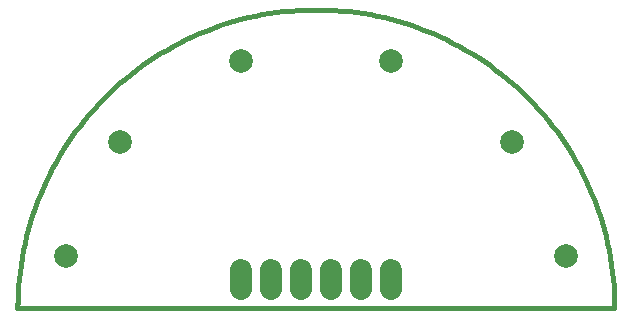
<source format=gts>
G75*
%MOIN*%
%OFA0B0*%
%FSLAX25Y25*%
%IPPOS*%
%LPD*%
%AMOC8*
5,1,8,0,0,1.08239X$1,22.5*
%
%ADD10C,0.01600*%
%ADD11C,0.07924*%
%ADD12C,0.07200*%
D10*
X0001800Y0035590D02*
X0200800Y0035590D01*
X0200770Y0038013D01*
X0200682Y0040434D01*
X0200535Y0042853D01*
X0200328Y0045267D01*
X0200063Y0047676D01*
X0199740Y0050077D01*
X0199358Y0052470D01*
X0198918Y0054853D01*
X0198420Y0057224D01*
X0197864Y0059583D01*
X0197251Y0061927D01*
X0196581Y0064256D01*
X0195855Y0066568D01*
X0195073Y0068861D01*
X0194235Y0071134D01*
X0193342Y0073387D01*
X0192394Y0075617D01*
X0191392Y0077823D01*
X0190337Y0080005D01*
X0189229Y0082160D01*
X0188069Y0084287D01*
X0186857Y0086386D01*
X0185595Y0088454D01*
X0184283Y0090491D01*
X0182921Y0092495D01*
X0181511Y0094466D01*
X0180054Y0096402D01*
X0178550Y0098301D01*
X0177000Y0100164D01*
X0175405Y0101988D01*
X0173766Y0103773D01*
X0172084Y0105517D01*
X0170360Y0107220D01*
X0168596Y0108881D01*
X0166791Y0110498D01*
X0164947Y0112070D01*
X0163066Y0113598D01*
X0161148Y0115079D01*
X0159195Y0116512D01*
X0157207Y0117898D01*
X0155186Y0119235D01*
X0153134Y0120523D01*
X0151050Y0121760D01*
X0148937Y0122945D01*
X0146796Y0124080D01*
X0144627Y0125161D01*
X0142433Y0126190D01*
X0140215Y0127164D01*
X0137973Y0128085D01*
X0135710Y0128951D01*
X0133427Y0129761D01*
X0131124Y0130515D01*
X0128804Y0131213D01*
X0126467Y0131855D01*
X0124115Y0132439D01*
X0121750Y0132966D01*
X0119373Y0133435D01*
X0116985Y0133846D01*
X0114588Y0134199D01*
X0112182Y0134493D01*
X0109771Y0134729D01*
X0107354Y0134906D01*
X0104934Y0135024D01*
X0102512Y0135083D01*
X0100088Y0135083D01*
X0097666Y0135024D01*
X0095246Y0134906D01*
X0092829Y0134729D01*
X0090418Y0134493D01*
X0088012Y0134199D01*
X0085615Y0133846D01*
X0083227Y0133435D01*
X0080850Y0132966D01*
X0078485Y0132439D01*
X0076133Y0131855D01*
X0073796Y0131213D01*
X0071476Y0130515D01*
X0069173Y0129761D01*
X0066890Y0128951D01*
X0064627Y0128085D01*
X0062385Y0127164D01*
X0060167Y0126190D01*
X0057973Y0125161D01*
X0055804Y0124080D01*
X0053663Y0122945D01*
X0051550Y0121760D01*
X0049466Y0120523D01*
X0047414Y0119235D01*
X0045393Y0117898D01*
X0043405Y0116512D01*
X0041452Y0115079D01*
X0039534Y0113598D01*
X0037653Y0112070D01*
X0035809Y0110498D01*
X0034004Y0108881D01*
X0032240Y0107220D01*
X0030516Y0105517D01*
X0028834Y0103773D01*
X0027195Y0101988D01*
X0025600Y0100164D01*
X0024050Y0098301D01*
X0022546Y0096402D01*
X0021089Y0094466D01*
X0019679Y0092495D01*
X0018317Y0090491D01*
X0017005Y0088454D01*
X0015743Y0086386D01*
X0014531Y0084287D01*
X0013371Y0082160D01*
X0012263Y0080005D01*
X0011208Y0077823D01*
X0010206Y0075617D01*
X0009258Y0073387D01*
X0008365Y0071134D01*
X0007527Y0068861D01*
X0006745Y0066568D01*
X0006019Y0064256D01*
X0005349Y0061927D01*
X0004736Y0059583D01*
X0004180Y0057224D01*
X0003682Y0054853D01*
X0003242Y0052470D01*
X0002860Y0050077D01*
X0002537Y0047676D01*
X0002272Y0045267D01*
X0002065Y0042853D01*
X0001918Y0040434D01*
X0001830Y0038013D01*
X0001800Y0035590D01*
X0001800Y0035840D02*
X0001800Y0036840D01*
D11*
X0017917Y0053073D03*
X0035889Y0091013D03*
X0076333Y0117977D03*
X0126267Y0117977D03*
X0166711Y0091013D03*
X0184683Y0053073D03*
D12*
X0126200Y0048200D02*
X0126200Y0041800D01*
X0116200Y0041800D02*
X0116200Y0048200D01*
X0106200Y0048200D02*
X0106200Y0041800D01*
X0096200Y0041800D02*
X0096200Y0048200D01*
X0086200Y0048200D02*
X0086200Y0041800D01*
X0076200Y0041800D02*
X0076200Y0048200D01*
M02*

</source>
